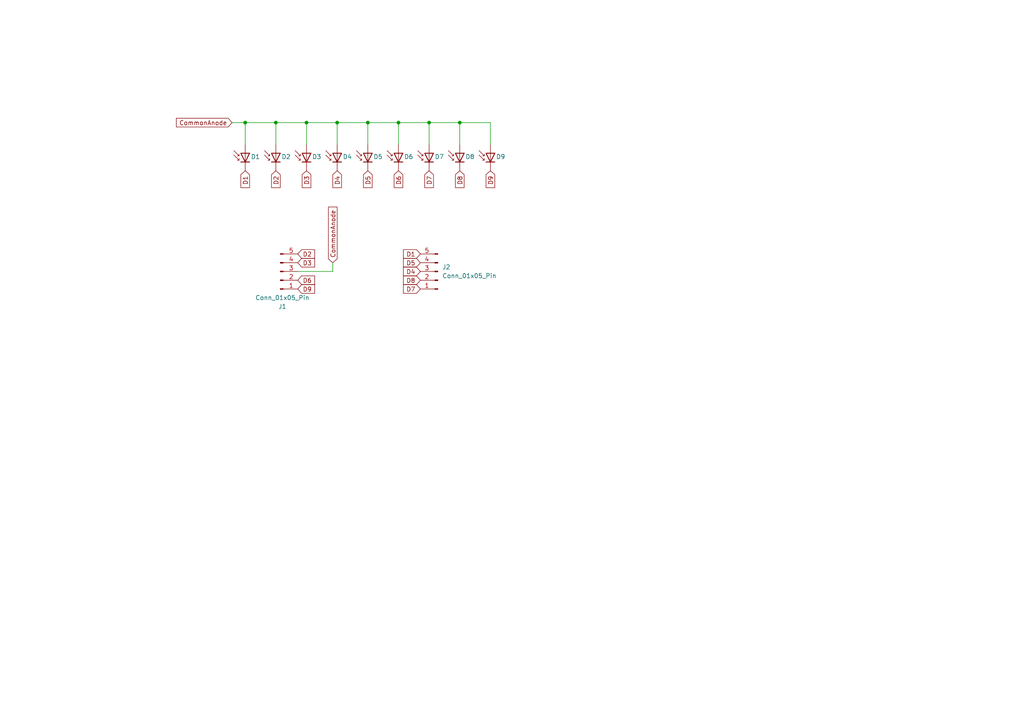
<source format=kicad_sch>
(kicad_sch (version 20231120) (generator "eeschema") (generator_version "8.0")
  (paper "A4")
  (lib_symbols
    (symbol "Connector:Conn_01x05_Pin" (pin_names (offset 1.016) hide)
      (property "Reference" "J" (at 0 7.62 0))
      (property "Value" "Conn_01x05_Pin" (at 0 -7.62 0))
      (symbol "Conn_01x05_Pin_1_1"
        (polyline (pts (xy 1.27 -5.08) (xy 0.8636 -5.08)) (stroke (width 0.1524)))
        (polyline (pts (xy 1.27 -2.54) (xy 0.8636 -2.54)) (stroke (width 0.1524)))
        (polyline (pts (xy 1.27 0) (xy 0.8636 0)) (stroke (width 0.1524)))
        (polyline (pts (xy 1.27 2.54) (xy 0.8636 2.54)) (stroke (width 0.1524)))
        (polyline (pts (xy 1.27 5.08) (xy 0.8636 5.08)) (stroke (width 0.1524)))
        (rectangle (start 0.8636 -4.953) (end 0 -5.207) (stroke (width 0.1524)) (fill (type outline)))
        (rectangle (start 0.8636 -2.413) (end 0 -2.667) (stroke (width 0.1524)) (fill (type outline)))
        (rectangle (start 0.8636 0.127) (end 0 -0.127) (stroke (width 0.1524)) (fill (type outline)))
        (rectangle (start 0.8636 2.667) (end 0 2.413) (stroke (width 0.1524)) (fill (type outline)))
        (rectangle (start 0.8636 5.207) (end 0 4.953) (stroke (width 0.1524)) (fill (type outline)))
        (pin passive line (at 5.08 5.08 180) (length 3.81) (name "Pin_1") (number "1"))
        (pin passive line (at 5.08 2.54 180) (length 3.81) (name "Pin_2") (number "2"))
        (pin passive line (at 5.08 0 180) (length 3.81) (name "Pin_3") (number "3"))
        (pin passive line (at 5.08 -2.54 180) (length 3.81) (name "Pin_4") (number "4"))
        (pin passive line (at 5.08 -5.08 180) (length 3.81) (name "Pin_5") (number "5"))
      )
    )
    (symbol "Device:D_Photo" (pin_numbers hide) (pin_names hide)
      (property "Reference" "D" (at 0.508 1.778 0))
      (property "Value" "D_Photo" (at -1.016 -2.794 0))
      (symbol "D_Photo_0_1"
        (polyline (pts (xy -2.54 1.27) (xy -2.54 -1.27)) (stroke (width 0.254)))
        (polyline (pts (xy -2.032 1.778) (xy -1.524 1.778)))
        (polyline (pts (xy 0 0) (xy -2.54 0)))
        (polyline (pts (xy -0.508 3.302) (xy -2.032 1.778) (xy -2.032 2.286)))
        (polyline (pts (xy 0 -1.27) (xy 0 1.27) (xy -2.54 0) (xy 0 -1.27)) (stroke (width 0.254)))
        (polyline (pts (xy 0.762 3.302) (xy -0.762 1.778) (xy -0.762 2.286) (xy -0.762 1.778) (xy -0.254 1.778)))
      )
      (symbol "D_Photo_1_1"
        (pin passive line (at -5.08 0 0) (length 2.54) (name "K") (number "1"))
        (pin passive line (at 2.54 0 180) (length 2.54) (name "A") (number "2"))
      )
    )
  )
  (junction (at 88.9 35.56))
  (junction (at 124.46 35.56))
  (junction (at 97.79 35.56))
  (junction (at 80.01 35.56))
  (junction (at 133.35 35.56))
  (junction (at 106.68 35.56))
  (junction (at 71.12 35.56))
  (junction (at 115.57 35.56))
  (wire (pts (xy 96.52 76.2) (xy 96.52 78.74)))
  (wire (pts (xy 80.01 35.56) (xy 71.12 35.56)))
  (wire (pts (xy 124.46 41.91) (xy 124.46 35.56)))
  (wire (pts (xy 88.9 35.56) (xy 80.01 35.56)))
  (wire (pts (xy 133.35 35.56) (xy 124.46 35.56)))
  (wire (pts (xy 106.68 41.91) (xy 106.68 35.56)))
  (wire (pts (xy 142.24 41.91) (xy 142.24 35.56)))
  (wire (pts (xy 115.57 41.91) (xy 115.57 35.56)))
  (wire (pts (xy 106.68 35.56) (xy 97.79 35.56)))
  (wire (pts (xy 133.35 41.91) (xy 133.35 35.56)))
  (wire (pts (xy 115.57 35.56) (xy 106.68 35.56)))
  (wire (pts (xy 67.31 35.56) (xy 71.12 35.56)))
  (wire (pts (xy 133.35 35.56) (xy 142.24 35.56)))
  (wire (pts (xy 80.01 41.91) (xy 80.01 35.56)))
  (wire (pts (xy 88.9 41.91) (xy 88.9 35.56)))
  (wire (pts (xy 97.79 35.56) (xy 88.9 35.56)))
  (wire (pts (xy 124.46 35.56) (xy 115.57 35.56)))
  (wire (pts (xy 71.12 35.56) (xy 71.12 41.91)))
  (wire (pts (xy 97.79 41.91) (xy 97.79 35.56)))
  (wire (pts (xy 96.52 78.74) (xy 86.36 78.74)))
  (global_label "D8" (shape input) (at 133.35 49.53 270) (property "Intersheetrefs" "${INTERSHEET_REFS}" (effects (hide yes))))
  (global_label "D5" (shape input) (at 121.92 76.2 180) (property "Intersheetrefs" "${INTERSHEET_REFS}" (effects (hide yes))))
  (global_label "D2" (shape input) (at 80.01 49.53 270) (property "Intersheetrefs" "${INTERSHEET_REFS}" (effects (hide yes))))
  (global_label "D4" (shape input) (at 121.92 78.74 180) (property "Intersheetrefs" "${INTERSHEET_REFS}" (effects (hide yes))))
  (global_label "D9" (shape input) (at 142.24 49.53 270) (property "Intersheetrefs" "${INTERSHEET_REFS}" (effects (hide yes))))
  (global_label "D3" (shape input) (at 86.36 76.2 0) (property "Intersheetrefs" "${INTERSHEET_REFS}" (effects (hide yes))))
  (global_label "D3" (shape input) (at 88.9 49.53 270) (property "Intersheetrefs" "${INTERSHEET_REFS}" (effects (hide yes))))
  (global_label "CommonAnode" (shape input) (at 67.31 35.56 180) (property "Intersheetrefs" "${INTERSHEET_REFS}" (effects (hide yes))))
  (global_label "D6" (shape input) (at 115.57 49.53 270) (property "Intersheetrefs" "${INTERSHEET_REFS}" (effects (hide yes))))
  (global_label "D5" (shape input) (at 106.68 49.53 270) (property "Intersheetrefs" "${INTERSHEET_REFS}" (effects (hide yes))))
  (global_label "D1" (shape input) (at 121.92 73.66 180) (property "Intersheetrefs" "${INTERSHEET_REFS}" (effects (hide yes))))
  (global_label "D7" (shape input) (at 124.46 49.53 270) (property "Intersheetrefs" "${INTERSHEET_REFS}" (effects (hide yes))))
  (global_label "D7" (shape input) (at 121.92 83.82 180) (property "Intersheetrefs" "${INTERSHEET_REFS}" (effects (hide yes))))
  (global_label "D4" (shape input) (at 97.79 49.53 270) (property "Intersheetrefs" "${INTERSHEET_REFS}" (effects (hide yes))))
  (global_label "D9" (shape input) (at 86.36 83.82 0) (property "Intersheetrefs" "${INTERSHEET_REFS}" (effects (hide yes))))
  (global_label "CommonAnode" (shape input) (at 96.52 76.2 90) (property "Intersheetrefs" "${INTERSHEET_REFS}" (effects (hide yes))))
  (global_label "D2" (shape input) (at 86.36 73.66 0) (property "Intersheetrefs" "${INTERSHEET_REFS}" (effects (hide yes))))
  (global_label "D6" (shape input) (at 86.36 81.28 0) (property "Intersheetrefs" "${INTERSHEET_REFS}" (effects (hide yes))))
  (global_label "D8" (shape input) (at 121.92 81.28 180) (property "Intersheetrefs" "${INTERSHEET_REFS}" (effects (hide yes))))
  (global_label "D1" (shape input) (at 71.12 49.53 270) (property "Intersheetrefs" "${INTERSHEET_REFS}" (effects (hide yes))))
  (symbol (lib_id "Device:D_Photo") (at 115.57 44.45 90) (unit 1)
    (property "Reference" "D6" (at 119.888 45.466 90) (effects (justify left)))
    (property "Value" "D_Photo" (effects (hide yes)))
    (property "Footprint" "lib_fp:VEMD2704" (effects (hide yes)))
    (property "Description" "Photodiode" (effects (hide yes)))
  )
  (symbol (lib_id "Device:D_Photo") (at 124.46 44.45 90) (unit 1)
    (property "Reference" "D7" (at 128.778 45.466 90) (effects (justify left)))
    (property "Value" "D_Photo" (effects (hide yes)))
    (property "Footprint" "lib_fp:VEMD2704" (effects (hide yes)))
    (property "Description" "Photodiode" (effects (hide yes)))
  )
  (symbol (lib_id "Device:D_Photo") (at 71.12 44.45 90) (unit 1)
    (property "Reference" "D1" (at 75.438 45.466 90) (effects (justify left)))
    (property "Value" "D_Photo" (effects (hide yes)))
    (property "Footprint" "lib_fp:VEMD2704" (effects (hide yes)))
    (property "Description" "Photodiode" (effects (hide yes)))
  )
  (symbol (lib_id "Connector:Conn_01x05_Pin") (at 81.28 78.74 0) (mirror x) (unit 1)
    (property "Reference" "J1" (at 81.915 88.9 0))
    (property "Value" "Conn_01x05_Pin" (at 81.915 86.36 0))
    (property "Footprint" "Connector_PinHeader_1.27mm:PinHeader_1x05_P1.27mm_Vertical" (effects (hide yes)))
    (property "Description" "Generic connector, single row, 01x05, script generated" (effects (hide yes)))
  )
  (symbol (lib_id "Device:D_Photo") (at 88.9 44.45 90) (unit 1)
    (property "Reference" "D3" (at 93.218 45.466 90) (effects (justify left)))
    (property "Value" "D_Photo" (effects (hide yes)))
    (property "Footprint" "lib_fp:VEMD2704" (effects (hide yes)))
    (property "Description" "Photodiode" (effects (hide yes)))
  )
  (symbol (lib_id "Device:D_Photo") (at 106.68 44.45 90) (unit 1)
    (property "Reference" "D5" (at 110.998 45.466 90) (effects (justify left)))
    (property "Value" "D_Photo" (effects (hide yes)))
    (property "Footprint" "lib_fp:VEMD2704" (effects (hide yes)))
    (property "Description" "Photodiode" (effects (hide yes)))
  )
  (symbol (lib_id "Device:D_Photo") (at 142.24 44.45 90) (unit 1)
    (property "Reference" "D9" (at 146.558 45.466 90) (effects (justify left)))
    (property "Value" "D_Photo" (effects (hide yes)))
    (property "Footprint" "lib_fp:VEMD2704" (effects (hide yes)))
    (property "Description" "Photodiode" (effects (hide yes)))
  )
  (symbol (lib_id "Device:D_Photo") (at 97.79 44.45 90) (unit 1)
    (property "Reference" "D4" (at 102.108 45.466 90) (effects (justify left)))
    (property "Value" "D_Photo" (effects (hide yes)))
    (property "Footprint" "lib_fp:VEMD2704" (effects (hide yes)))
    (property "Description" "Photodiode" (effects (hide yes)))
  )
  (symbol (lib_id "Device:D_Photo") (at 133.35 44.45 90) (unit 1)
    (property "Reference" "D8" (at 137.668 45.466 90) (effects (justify left)))
    (property "Value" "D_Photo" (effects (hide yes)))
    (property "Footprint" "lib_fp:VEMD2704" (effects (hide yes)))
    (property "Description" "Photodiode" (effects (hide yes)))
  )
  (symbol (lib_id "Connector:Conn_01x05_Pin") (at 127 78.74 180) (unit 1)
    (property "Reference" "J2" (at 128.27 77.4699 0) (effects (justify right)))
    (property "Value" "Conn_01x05_Pin" (at 128.27 80.0099 0) (effects (justify right)))
    (property "Footprint" "Connector_PinHeader_1.27mm:PinHeader_1x05_P1.27mm_Vertical" (effects (hide yes)))
    (property "Description" "Generic connector, single row, 01x05, script generated" (effects (hide yes)))
  )
  (symbol (lib_id "Device:D_Photo") (at 80.01 44.45 90) (unit 1)
    (property "Reference" "D2" (at 84.328 45.466 90) (effects (justify left)))
    (property "Value" "D_Photo" (effects (hide yes)))
    (property "Footprint" "lib_fp:VEMD2704" (effects (hide yes)))
    (property "Description" "Photodiode" (effects (hide yes)))
  )
)
</source>
